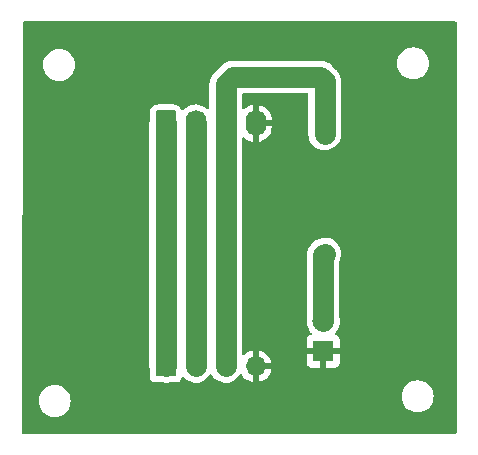
<source format=gbr>
%TF.GenerationSoftware,KiCad,Pcbnew,7.0.6*%
%TF.CreationDate,2024-10-08T11:46:52-03:00*%
%TF.ProjectId,Circuito_Exemplo,43697263-7569-4746-9f5f-4578656d706c,rev?*%
%TF.SameCoordinates,Original*%
%TF.FileFunction,Copper,L2,Bot*%
%TF.FilePolarity,Positive*%
%FSLAX46Y46*%
G04 Gerber Fmt 4.6, Leading zero omitted, Abs format (unit mm)*
G04 Created by KiCad (PCBNEW 7.0.6) date 2024-10-08 11:46:52*
%MOMM*%
%LPD*%
G01*
G04 APERTURE LIST*
G04 Aperture macros list*
%AMRoundRect*
0 Rectangle with rounded corners*
0 $1 Rounding radius*
0 $2 $3 $4 $5 $6 $7 $8 $9 X,Y pos of 4 corners*
0 Add a 4 corners polygon primitive as box body*
4,1,4,$2,$3,$4,$5,$6,$7,$8,$9,$2,$3,0*
0 Add four circle primitives for the rounded corners*
1,1,$1+$1,$2,$3*
1,1,$1+$1,$4,$5*
1,1,$1+$1,$6,$7*
1,1,$1+$1,$8,$9*
0 Add four rect primitives between the rounded corners*
20,1,$1+$1,$2,$3,$4,$5,0*
20,1,$1+$1,$4,$5,$6,$7,0*
20,1,$1+$1,$6,$7,$8,$9,0*
20,1,$1+$1,$8,$9,$2,$3,0*%
G04 Aperture macros list end*
%TA.AperFunction,ComponentPad*%
%ADD10C,1.600000*%
%TD*%
%TA.AperFunction,ComponentPad*%
%ADD11O,1.600000X1.600000*%
%TD*%
%TA.AperFunction,ComponentPad*%
%ADD12RoundRect,0.250000X-0.620000X-0.845000X0.620000X-0.845000X0.620000X0.845000X-0.620000X0.845000X0*%
%TD*%
%TA.AperFunction,ComponentPad*%
%ADD13O,1.740000X2.190000*%
%TD*%
%TA.AperFunction,ComponentPad*%
%ADD14R,1.700000X1.700000*%
%TD*%
%TA.AperFunction,ComponentPad*%
%ADD15O,1.700000X1.700000*%
%TD*%
%TA.AperFunction,ComponentPad*%
%ADD16R,1.800000X1.800000*%
%TD*%
%TA.AperFunction,ComponentPad*%
%ADD17C,1.800000*%
%TD*%
%TA.AperFunction,Conductor*%
%ADD18C,1.750000*%
%TD*%
G04 APERTURE END LIST*
D10*
%TO.P,R1,1*%
%TO.N,+3.3V*%
X131699000Y-51054000D03*
D11*
%TO.P,R1,2*%
%TO.N,Net-(D1-A)*%
X131699000Y-61214000D03*
%TD*%
D12*
%TO.P,J2,1,Pin_1*%
%TO.N,SCL*%
X118237000Y-50165000D03*
D13*
%TO.P,J2,2,Pin_2*%
%TO.N,SDA*%
X120777000Y-50165000D03*
%TO.P,J2,3,Pin_3*%
%TO.N,+3.3V*%
X123317000Y-50165000D03*
%TO.P,J2,4,Pin_4*%
%TO.N,GND*%
X125857000Y-50165000D03*
%TD*%
D14*
%TO.P,J1,1,Pin_1*%
%TO.N,SCL*%
X118237000Y-70739000D03*
D15*
%TO.P,J1,2,Pin_2*%
%TO.N,SDA*%
X120777000Y-70739000D03*
%TO.P,J1,3,Pin_3*%
%TO.N,+3.3V*%
X123317000Y-70739000D03*
%TO.P,J1,4,Pin_4*%
%TO.N,GND*%
X125857000Y-70739000D03*
%TD*%
D16*
%TO.P,D1,1,K*%
%TO.N,GND*%
X131572000Y-69469000D03*
D17*
%TO.P,D1,2,A*%
%TO.N,Net-(D1-A)*%
X131572000Y-66929000D03*
%TD*%
D18*
%TO.N,+3.3V*%
X123317000Y-50165000D02*
X123317000Y-70739000D01*
X131699000Y-46609000D02*
X131699000Y-51054000D01*
X131318000Y-46228000D02*
X131699000Y-46609000D01*
X123317000Y-46863000D02*
X123952000Y-46228000D01*
X123952000Y-46228000D02*
X131318000Y-46228000D01*
X123317000Y-50165000D02*
X123317000Y-46863000D01*
%TO.N,SDA*%
X120777000Y-70739000D02*
X120777000Y-50165000D01*
%TO.N,SCL*%
X118237000Y-70739000D02*
X118237000Y-50165000D01*
%TO.N,Net-(D1-A)*%
X131572000Y-61341000D02*
X131699000Y-61214000D01*
X131572000Y-66929000D02*
X131572000Y-61341000D01*
%TD*%
%TA.AperFunction,Conductor*%
%TO.N,GND*%
G36*
X142817539Y-41549185D02*
G01*
X142863294Y-41601989D01*
X142874500Y-41653500D01*
X142874500Y-76329500D01*
X142854815Y-76396539D01*
X142802011Y-76442294D01*
X142750500Y-76453500D01*
X106169500Y-76453500D01*
X106102461Y-76433815D01*
X106056706Y-76381011D01*
X106045500Y-76329500D01*
X106045500Y-76316499D01*
X106055160Y-73660000D01*
X107483341Y-73660000D01*
X107503936Y-73895403D01*
X107503938Y-73895413D01*
X107565094Y-74123655D01*
X107565096Y-74123659D01*
X107565097Y-74123663D01*
X107577566Y-74150402D01*
X107664964Y-74337828D01*
X107664965Y-74337830D01*
X107800505Y-74531402D01*
X107967597Y-74698494D01*
X108161169Y-74834034D01*
X108161171Y-74834035D01*
X108375337Y-74933903D01*
X108603592Y-74995063D01*
X108780034Y-75010500D01*
X108897966Y-75010500D01*
X109074408Y-74995063D01*
X109302663Y-74933903D01*
X109516829Y-74834035D01*
X109710401Y-74698495D01*
X109877495Y-74531401D01*
X110013035Y-74337830D01*
X110112903Y-74123663D01*
X110174063Y-73895408D01*
X110194659Y-73660000D01*
X110174063Y-73424592D01*
X110135052Y-73279000D01*
X138217341Y-73279000D01*
X138237936Y-73514403D01*
X138237938Y-73514413D01*
X138299094Y-73742655D01*
X138299096Y-73742659D01*
X138299097Y-73742663D01*
X138349030Y-73849746D01*
X138398964Y-73956828D01*
X138398965Y-73956830D01*
X138534505Y-74150402D01*
X138701597Y-74317494D01*
X138895169Y-74453034D01*
X138895171Y-74453035D01*
X139109337Y-74552903D01*
X139337592Y-74614063D01*
X139514034Y-74629500D01*
X139631966Y-74629500D01*
X139808408Y-74614063D01*
X140036663Y-74552903D01*
X140250829Y-74453035D01*
X140444401Y-74317495D01*
X140611495Y-74150401D01*
X140747035Y-73956830D01*
X140846903Y-73742663D01*
X140908063Y-73514408D01*
X140928659Y-73279000D01*
X140908063Y-73043592D01*
X140846903Y-72815337D01*
X140747035Y-72601171D01*
X140747034Y-72601169D01*
X140611494Y-72407597D01*
X140444402Y-72240505D01*
X140250830Y-72104965D01*
X140250828Y-72104964D01*
X140096063Y-72032796D01*
X140036663Y-72005097D01*
X140036659Y-72005096D01*
X140036655Y-72005094D01*
X139808413Y-71943938D01*
X139808403Y-71943936D01*
X139631966Y-71928500D01*
X139514034Y-71928500D01*
X139337596Y-71943936D01*
X139337586Y-71943938D01*
X139109344Y-72005094D01*
X139109335Y-72005098D01*
X138895171Y-72104964D01*
X138895169Y-72104965D01*
X138701597Y-72240505D01*
X138534506Y-72407597D01*
X138534501Y-72407604D01*
X138398967Y-72601165D01*
X138398965Y-72601169D01*
X138299098Y-72815335D01*
X138299094Y-72815344D01*
X138237938Y-73043586D01*
X138237936Y-73043596D01*
X138217341Y-73278999D01*
X138217341Y-73279000D01*
X110135052Y-73279000D01*
X110112903Y-73196337D01*
X110013035Y-72982171D01*
X110013034Y-72982169D01*
X109877494Y-72788597D01*
X109710402Y-72621505D01*
X109516830Y-72485965D01*
X109516828Y-72485964D01*
X109409745Y-72436030D01*
X109302663Y-72386097D01*
X109302659Y-72386096D01*
X109302655Y-72386094D01*
X109074413Y-72324938D01*
X109074403Y-72324936D01*
X108897966Y-72309500D01*
X108780034Y-72309500D01*
X108603596Y-72324936D01*
X108603586Y-72324938D01*
X108375344Y-72386094D01*
X108375335Y-72386098D01*
X108161171Y-72485964D01*
X108161169Y-72485965D01*
X107967597Y-72621505D01*
X107800506Y-72788597D01*
X107800501Y-72788604D01*
X107664967Y-72982165D01*
X107664965Y-72982169D01*
X107565098Y-73196335D01*
X107565094Y-73196344D01*
X107503938Y-73424586D01*
X107503936Y-73424596D01*
X107483341Y-73659999D01*
X107483341Y-73660000D01*
X106055160Y-73660000D01*
X106065569Y-70797433D01*
X116861500Y-70797433D01*
X116876382Y-70972293D01*
X116876383Y-70972299D01*
X116882499Y-70995787D01*
X116886500Y-71027031D01*
X116886500Y-71636870D01*
X116886501Y-71636876D01*
X116892908Y-71696483D01*
X116943202Y-71831328D01*
X116943206Y-71831335D01*
X117029452Y-71946544D01*
X117029455Y-71946547D01*
X117144664Y-72032793D01*
X117144671Y-72032797D01*
X117189618Y-72049560D01*
X117279517Y-72083091D01*
X117339127Y-72089500D01*
X117950094Y-72089499D01*
X117957978Y-72090002D01*
X118023429Y-72098382D01*
X118178411Y-72118229D01*
X118412345Y-72108292D01*
X118486630Y-72092281D01*
X118512754Y-72089499D01*
X119134871Y-72089499D01*
X119134872Y-72089499D01*
X119194483Y-72083091D01*
X119329331Y-72032796D01*
X119444546Y-71946546D01*
X119530796Y-71831331D01*
X119570428Y-71725071D01*
X119612297Y-71669139D01*
X119677761Y-71644721D01*
X119746034Y-71659572D01*
X119776130Y-71682604D01*
X119864956Y-71775283D01*
X120053208Y-71914513D01*
X120262282Y-72019926D01*
X120486163Y-72088489D01*
X120718411Y-72118229D01*
X120952345Y-72108292D01*
X121181234Y-72058962D01*
X121398494Y-71971660D01*
X121597875Y-71848896D01*
X121773641Y-71694203D01*
X121920735Y-71512030D01*
X121939507Y-71478425D01*
X121989385Y-71429500D01*
X122057797Y-71415306D01*
X122123024Y-71440352D01*
X122150496Y-71469462D01*
X122242935Y-71606231D01*
X122242940Y-71606236D01*
X122242943Y-71606241D01*
X122404956Y-71775283D01*
X122593208Y-71914513D01*
X122802282Y-72019926D01*
X123026163Y-72088489D01*
X123258411Y-72118229D01*
X123492345Y-72108292D01*
X123721234Y-72058962D01*
X123938494Y-71971660D01*
X124137875Y-71848896D01*
X124313641Y-71694203D01*
X124460735Y-71512030D01*
X124492782Y-71454662D01*
X124542659Y-71405737D01*
X124611072Y-71391544D01*
X124676298Y-71416590D01*
X124702609Y-71444013D01*
X124818890Y-71610078D01*
X124985917Y-71777105D01*
X125179421Y-71912600D01*
X125393507Y-72012429D01*
X125393516Y-72012433D01*
X125607000Y-72069634D01*
X125607000Y-71174501D01*
X125714685Y-71223680D01*
X125821237Y-71239000D01*
X125892763Y-71239000D01*
X125999315Y-71223680D01*
X126106999Y-71174501D01*
X126106999Y-72069633D01*
X126320483Y-72012433D01*
X126320492Y-72012429D01*
X126534578Y-71912600D01*
X126728082Y-71777105D01*
X126895105Y-71610082D01*
X127030600Y-71416578D01*
X127130429Y-71202492D01*
X127130432Y-71202486D01*
X127187636Y-70989000D01*
X126290686Y-70989000D01*
X126316493Y-70948844D01*
X126357000Y-70810889D01*
X126357000Y-70667111D01*
X126316493Y-70529156D01*
X126290686Y-70489000D01*
X127187636Y-70489000D01*
X127187635Y-70488999D01*
X127130432Y-70275513D01*
X127130429Y-70275507D01*
X127030600Y-70061422D01*
X127030599Y-70061420D01*
X126895113Y-69867926D01*
X126895108Y-69867920D01*
X126728082Y-69700894D01*
X126534578Y-69565399D01*
X126320492Y-69465570D01*
X126320486Y-69465567D01*
X126106999Y-69408364D01*
X126106999Y-70303498D01*
X125999315Y-70254320D01*
X125892763Y-70239000D01*
X125821237Y-70239000D01*
X125714685Y-70254320D01*
X125607000Y-70303498D01*
X125607000Y-69408364D01*
X125606999Y-69408364D01*
X125393513Y-69465567D01*
X125393507Y-69465570D01*
X125179422Y-69565399D01*
X125179420Y-69565400D01*
X124985926Y-69700886D01*
X124904181Y-69782631D01*
X124842857Y-69816115D01*
X124773166Y-69811131D01*
X124717232Y-69769259D01*
X124692816Y-69703794D01*
X124692500Y-69694949D01*
X124692500Y-66929006D01*
X130166700Y-66929006D01*
X130185864Y-67160297D01*
X130185866Y-67160308D01*
X130242842Y-67385300D01*
X130336075Y-67597848D01*
X130463018Y-67792150D01*
X130558167Y-67895510D01*
X130589089Y-67958164D01*
X130581228Y-68027590D01*
X130537081Y-68081746D01*
X130510271Y-68095674D01*
X130429911Y-68125646D01*
X130429906Y-68125649D01*
X130314812Y-68211809D01*
X130314809Y-68211812D01*
X130228649Y-68326906D01*
X130228645Y-68326913D01*
X130178403Y-68461620D01*
X130178401Y-68461627D01*
X130172000Y-68521155D01*
X130172000Y-69219000D01*
X131196722Y-69219000D01*
X131148375Y-69302740D01*
X131118190Y-69434992D01*
X131128327Y-69570265D01*
X131177887Y-69696541D01*
X131195797Y-69719000D01*
X130172000Y-69719000D01*
X130172000Y-70416844D01*
X130178401Y-70476372D01*
X130178403Y-70476379D01*
X130228645Y-70611086D01*
X130228649Y-70611093D01*
X130314809Y-70726187D01*
X130314812Y-70726190D01*
X130429906Y-70812350D01*
X130429913Y-70812354D01*
X130564620Y-70862596D01*
X130564627Y-70862598D01*
X130624155Y-70868999D01*
X130624172Y-70869000D01*
X131322000Y-70869000D01*
X131322000Y-69843189D01*
X131374547Y-69879016D01*
X131504173Y-69919000D01*
X131605724Y-69919000D01*
X131706138Y-69903865D01*
X131822000Y-69848068D01*
X131822000Y-70869000D01*
X132519828Y-70869000D01*
X132519844Y-70868999D01*
X132579372Y-70862598D01*
X132579379Y-70862596D01*
X132714086Y-70812354D01*
X132714093Y-70812350D01*
X132829187Y-70726190D01*
X132829190Y-70726187D01*
X132915350Y-70611093D01*
X132915354Y-70611086D01*
X132965596Y-70476379D01*
X132965598Y-70476372D01*
X132971999Y-70416844D01*
X132972000Y-70416827D01*
X132972000Y-69719000D01*
X131947278Y-69719000D01*
X131995625Y-69635260D01*
X132025810Y-69503008D01*
X132015673Y-69367735D01*
X131966113Y-69241459D01*
X131948203Y-69219000D01*
X132972000Y-69219000D01*
X132972000Y-68521172D01*
X132971999Y-68521155D01*
X132965598Y-68461627D01*
X132965596Y-68461620D01*
X132915354Y-68326913D01*
X132915350Y-68326906D01*
X132829190Y-68211812D01*
X132829187Y-68211809D01*
X132714093Y-68125649D01*
X132714086Y-68125645D01*
X132633729Y-68095674D01*
X132577795Y-68053803D01*
X132553378Y-67988338D01*
X132568230Y-67920065D01*
X132585826Y-67895516D01*
X132680979Y-67792153D01*
X132807924Y-67597849D01*
X132901157Y-67385300D01*
X132958134Y-67160305D01*
X132977300Y-66929000D01*
X132977300Y-66928993D01*
X132958134Y-66697698D01*
X132958134Y-66697695D01*
X132951294Y-66670684D01*
X132947500Y-66640244D01*
X132947500Y-61824055D01*
X132955486Y-61780273D01*
X133027245Y-61590126D01*
X133071705Y-61360241D01*
X133076675Y-61126150D01*
X133042011Y-60894585D01*
X133033573Y-60868987D01*
X132968711Y-60672207D01*
X132957196Y-60650527D01*
X132858886Y-60465420D01*
X132797339Y-60385796D01*
X132715694Y-60280170D01*
X132715692Y-60280168D01*
X132543256Y-60121783D01*
X132543242Y-60121773D01*
X132346516Y-59994808D01*
X132131161Y-59902915D01*
X132131157Y-59902914D01*
X132061226Y-59886282D01*
X131903375Y-59848740D01*
X131903372Y-59848739D01*
X131903369Y-59848739D01*
X131669699Y-59833838D01*
X131669698Y-59833838D01*
X131669697Y-59833838D01*
X131436874Y-59858642D01*
X131436871Y-59858643D01*
X131211585Y-59922438D01*
X131000322Y-60023388D01*
X130809164Y-60158586D01*
X130809157Y-60158592D01*
X130631748Y-60335999D01*
X130628870Y-60338700D01*
X130575359Y-60385796D01*
X130510987Y-60465519D01*
X130444930Y-60543867D01*
X130442160Y-60548588D01*
X130431704Y-60563710D01*
X130428266Y-60567968D01*
X130428263Y-60567972D01*
X130378301Y-60657409D01*
X130326424Y-60745812D01*
X130326423Y-60745815D01*
X130324489Y-60750938D01*
X130316741Y-60767605D01*
X130314076Y-60772375D01*
X130314073Y-60772381D01*
X130314074Y-60772381D01*
X130279940Y-60868987D01*
X130270280Y-60894585D01*
X130243755Y-60964872D01*
X130243752Y-60964881D01*
X130242714Y-60970250D01*
X130237892Y-60987995D01*
X130236072Y-60993145D01*
X130236070Y-60993154D01*
X130218752Y-61094151D01*
X130199295Y-61194756D01*
X130199295Y-61194758D01*
X130199179Y-61200219D01*
X130197424Y-61218534D01*
X130196501Y-61223917D01*
X130196500Y-61223930D01*
X130196500Y-61326405D01*
X130194324Y-61428848D01*
X130195133Y-61434246D01*
X130196500Y-61452606D01*
X130196500Y-66640244D01*
X130192706Y-66670684D01*
X130185865Y-66697698D01*
X130166700Y-66928993D01*
X130166700Y-66929006D01*
X124692500Y-66929006D01*
X124692500Y-51463511D01*
X124712185Y-51396472D01*
X124764989Y-51350717D01*
X124834147Y-51340773D01*
X124897703Y-51369798D01*
X124906023Y-51377711D01*
X124948604Y-51422139D01*
X124948604Y-51422140D01*
X125136097Y-51560810D01*
X125344338Y-51665803D01*
X125567330Y-51734093D01*
X125567328Y-51734093D01*
X125606999Y-51739173D01*
X125607000Y-51739173D01*
X125606999Y-50705469D01*
X125701674Y-50744685D01*
X125818003Y-50760000D01*
X125895997Y-50760000D01*
X126012326Y-50744685D01*
X126107000Y-50705469D01*
X126107000Y-51737574D01*
X126259618Y-51704683D01*
X126259619Y-51704683D01*
X126476005Y-51617732D01*
X126674592Y-51495458D01*
X126849656Y-51341382D01*
X126849660Y-51341378D01*
X126996157Y-51159945D01*
X126996161Y-51159939D01*
X127109895Y-50956346D01*
X127187585Y-50736461D01*
X127187587Y-50736453D01*
X127226999Y-50506612D01*
X127227000Y-50506603D01*
X127227000Y-50415000D01*
X126397470Y-50415000D01*
X126436685Y-50320326D01*
X126457134Y-50165000D01*
X126436685Y-50009674D01*
X126397470Y-49915000D01*
X127227000Y-49915000D01*
X127227000Y-49881799D01*
X127212177Y-49707636D01*
X127153412Y-49481948D01*
X127057356Y-49269447D01*
X127057351Y-49269439D01*
X126926764Y-49076228D01*
X126765396Y-48907860D01*
X126765395Y-48907859D01*
X126577902Y-48769189D01*
X126369661Y-48664196D01*
X126146675Y-48595907D01*
X126146669Y-48595906D01*
X126107000Y-48590825D01*
X126107000Y-49624530D01*
X126012326Y-49585315D01*
X125895997Y-49570000D01*
X125818003Y-49570000D01*
X125701674Y-49585315D01*
X125606999Y-49624530D01*
X125606999Y-48592424D01*
X125454380Y-48625316D01*
X125454379Y-48625316D01*
X125237994Y-48712267D01*
X125039407Y-48834541D01*
X124898423Y-48958623D01*
X124835094Y-48988137D01*
X124765860Y-48978727D01*
X124712705Y-48933381D01*
X124692504Y-48866496D01*
X124692500Y-48865539D01*
X124692500Y-47727500D01*
X124712185Y-47660461D01*
X124764989Y-47614706D01*
X124816500Y-47603500D01*
X130199500Y-47603500D01*
X130266539Y-47623185D01*
X130312294Y-47675989D01*
X130323500Y-47727500D01*
X130323500Y-51112433D01*
X130338382Y-51287296D01*
X130397382Y-51513889D01*
X130493824Y-51727244D01*
X130493829Y-51727252D01*
X130624935Y-51921231D01*
X130624940Y-51921236D01*
X130624943Y-51921241D01*
X130786956Y-52090283D01*
X130975208Y-52229513D01*
X131184282Y-52334926D01*
X131408163Y-52403489D01*
X131640411Y-52433229D01*
X131874345Y-52423292D01*
X132103234Y-52373962D01*
X132320494Y-52286660D01*
X132519875Y-52163896D01*
X132695641Y-52009203D01*
X132842735Y-51827030D01*
X132956926Y-51622619D01*
X133034929Y-51401849D01*
X133074500Y-51171072D01*
X133074499Y-46654753D01*
X133074625Y-46650838D01*
X133076837Y-46616151D01*
X133079162Y-46579699D01*
X133068307Y-46477813D01*
X133063392Y-46420061D01*
X133059617Y-46375705D01*
X133059616Y-46375700D01*
X133058238Y-46370407D01*
X133054935Y-46352297D01*
X133054357Y-46346875D01*
X133054357Y-46346874D01*
X133054357Y-46346872D01*
X133026443Y-46248297D01*
X133000617Y-46149110D01*
X132998366Y-46144132D01*
X132992051Y-46126845D01*
X132990562Y-46121586D01*
X132946381Y-46029128D01*
X132904172Y-45935750D01*
X132901113Y-45931224D01*
X132891962Y-45915242D01*
X132889614Y-45910327D01*
X132889612Y-45910324D01*
X132889611Y-45910322D01*
X132830433Y-45826649D01*
X132830432Y-45826648D01*
X132773060Y-45741763D01*
X132773056Y-45741758D01*
X132769282Y-45737821D01*
X132757558Y-45723612D01*
X132754408Y-45719157D01*
X132710906Y-45675655D01*
X132681943Y-45646691D01*
X132611046Y-45572719D01*
X132611045Y-45572718D01*
X132611044Y-45572717D01*
X132606643Y-45569462D01*
X132592704Y-45557453D01*
X132482654Y-45447403D01*
X132322984Y-45287733D01*
X132320298Y-45284870D01*
X132273206Y-45231361D01*
X132273200Y-45231356D01*
X132193480Y-45166987D01*
X132178009Y-45153943D01*
X132115132Y-45100930D01*
X132110404Y-45098155D01*
X132095282Y-45087698D01*
X132091940Y-45085000D01*
X137836341Y-45085000D01*
X137856936Y-45320403D01*
X137856938Y-45320413D01*
X137918094Y-45548655D01*
X137918096Y-45548659D01*
X137918097Y-45548663D01*
X137927799Y-45569468D01*
X138017964Y-45762828D01*
X138017965Y-45762830D01*
X138153505Y-45956402D01*
X138320597Y-46123494D01*
X138514169Y-46259034D01*
X138514171Y-46259035D01*
X138728337Y-46358903D01*
X138956592Y-46420063D01*
X139133034Y-46435500D01*
X139250966Y-46435500D01*
X139427408Y-46420063D01*
X139655663Y-46358903D01*
X139869829Y-46259035D01*
X140063401Y-46123495D01*
X140230495Y-45956401D01*
X140366035Y-45762830D01*
X140465903Y-45548663D01*
X140527063Y-45320408D01*
X140547659Y-45085000D01*
X140527063Y-44849592D01*
X140465903Y-44621337D01*
X140366035Y-44407171D01*
X140366034Y-44407169D01*
X140230494Y-44213597D01*
X140063402Y-44046505D01*
X139869830Y-43910965D01*
X139869828Y-43910964D01*
X139762746Y-43861031D01*
X139655663Y-43811097D01*
X139655659Y-43811096D01*
X139655655Y-43811094D01*
X139427413Y-43749938D01*
X139427403Y-43749936D01*
X139250966Y-43734500D01*
X139133034Y-43734500D01*
X138956596Y-43749936D01*
X138956586Y-43749938D01*
X138728344Y-43811094D01*
X138728335Y-43811098D01*
X138514171Y-43910964D01*
X138514169Y-43910965D01*
X138320597Y-44046505D01*
X138153506Y-44213597D01*
X138153501Y-44213604D01*
X138017967Y-44407165D01*
X138017965Y-44407169D01*
X137918098Y-44621335D01*
X137918094Y-44621344D01*
X137856938Y-44849586D01*
X137856936Y-44849596D01*
X137836341Y-45084999D01*
X137836341Y-45085000D01*
X132091940Y-45085000D01*
X132091030Y-45084265D01*
X132001590Y-45034301D01*
X131913188Y-44982424D01*
X131908070Y-44980493D01*
X131891386Y-44972737D01*
X131886617Y-44970073D01*
X131790012Y-44935940D01*
X131694124Y-44899754D01*
X131688760Y-44898717D01*
X131670994Y-44893889D01*
X131665852Y-44892072D01*
X131665851Y-44892071D01*
X131665849Y-44892071D01*
X131665847Y-44892070D01*
X131665841Y-44892069D01*
X131564848Y-44874752D01*
X131464241Y-44855295D01*
X131458777Y-44855178D01*
X131440457Y-44853423D01*
X131435072Y-44852500D01*
X131435071Y-44852500D01*
X131332594Y-44852500D01*
X131230151Y-44850324D01*
X131230150Y-44850324D01*
X131224744Y-44851134D01*
X131206391Y-44852500D01*
X123997792Y-44852500D01*
X123993846Y-44852374D01*
X123922699Y-44847838D01*
X123922696Y-44847838D01*
X123820793Y-44858694D01*
X123718700Y-44867383D01*
X123713403Y-44868762D01*
X123695316Y-44872061D01*
X123689877Y-44872640D01*
X123689874Y-44872641D01*
X123591259Y-44900566D01*
X123492108Y-44926383D01*
X123487121Y-44928637D01*
X123469855Y-44934944D01*
X123464592Y-44936434D01*
X123464590Y-44936435D01*
X123372116Y-44980623D01*
X123278750Y-45022827D01*
X123274214Y-45025893D01*
X123258259Y-45035029D01*
X123253324Y-45037387D01*
X123169649Y-45096566D01*
X123084756Y-45153945D01*
X123080811Y-45157726D01*
X123066623Y-45169432D01*
X123062170Y-45172581D01*
X123062150Y-45172598D01*
X122989691Y-45245056D01*
X122915718Y-45315953D01*
X122915715Y-45315956D01*
X122912463Y-45320354D01*
X122900454Y-45334293D01*
X122376749Y-45857999D01*
X122373870Y-45860700D01*
X122320359Y-45907796D01*
X122255987Y-45987519D01*
X122189930Y-46065867D01*
X122187160Y-46070588D01*
X122176704Y-46085710D01*
X122173266Y-46089968D01*
X122173263Y-46089972D01*
X122123301Y-46179409D01*
X122071424Y-46267812D01*
X122071423Y-46267815D01*
X122069489Y-46272938D01*
X122061741Y-46289605D01*
X122059076Y-46294375D01*
X122059073Y-46294381D01*
X122059074Y-46294381D01*
X122030342Y-46375700D01*
X122024940Y-46390988D01*
X121988755Y-46486872D01*
X121988752Y-46486881D01*
X121987714Y-46492250D01*
X121982892Y-46509995D01*
X121981072Y-46515145D01*
X121981070Y-46515154D01*
X121963752Y-46616151D01*
X121944295Y-46716756D01*
X121944295Y-46716758D01*
X121944179Y-46722219D01*
X121942424Y-46740534D01*
X121941501Y-46745917D01*
X121941500Y-46745930D01*
X121941500Y-46848405D01*
X121939324Y-46950849D01*
X121939324Y-46950850D01*
X121940134Y-46956258D01*
X121941499Y-46974606D01*
X121941500Y-48865765D01*
X121921815Y-48932804D01*
X121869012Y-48978559D01*
X121799853Y-48988503D01*
X121736297Y-48959478D01*
X121727978Y-48951566D01*
X121685727Y-48907483D01*
X121685726Y-48907482D01*
X121498165Y-48768762D01*
X121386114Y-48712267D01*
X121289847Y-48663730D01*
X121066780Y-48595417D01*
X121066778Y-48595416D01*
X121066776Y-48595416D01*
X120835370Y-48565783D01*
X120602299Y-48575685D01*
X120602290Y-48575686D01*
X120374233Y-48624836D01*
X120374230Y-48624837D01*
X120157768Y-48711819D01*
X119959110Y-48834137D01*
X119783981Y-48988269D01*
X119751665Y-49028292D01*
X119694233Y-49068085D01*
X119624406Y-49070510D01*
X119564352Y-49034799D01*
X119542803Y-49002789D01*
X119541815Y-49000670D01*
X119541814Y-49000666D01*
X119449712Y-48851344D01*
X119325656Y-48727288D01*
X119222616Y-48663733D01*
X119176336Y-48635187D01*
X119176331Y-48635185D01*
X119146548Y-48625316D01*
X119009797Y-48580001D01*
X119009795Y-48580000D01*
X118907010Y-48569500D01*
X117566998Y-48569500D01*
X117566981Y-48569501D01*
X117464203Y-48580000D01*
X117464200Y-48580001D01*
X117297668Y-48635185D01*
X117297663Y-48635187D01*
X117148342Y-48727289D01*
X117024289Y-48851342D01*
X116932187Y-49000663D01*
X116932185Y-49000668D01*
X116909042Y-49070510D01*
X116877001Y-49167203D01*
X116877001Y-49167204D01*
X116877000Y-49167204D01*
X116866500Y-49269983D01*
X116866500Y-50008210D01*
X116864717Y-50029164D01*
X116861500Y-50047924D01*
X116861500Y-70797433D01*
X106065569Y-70797433D01*
X106158607Y-45212000D01*
X107864341Y-45212000D01*
X107884936Y-45447403D01*
X107884938Y-45447413D01*
X107946094Y-45675655D01*
X107946096Y-45675659D01*
X107946097Y-45675663D01*
X107986744Y-45762830D01*
X108045964Y-45889828D01*
X108045965Y-45889830D01*
X108181505Y-46083402D01*
X108348597Y-46250494D01*
X108542169Y-46386034D01*
X108542171Y-46386035D01*
X108756337Y-46485903D01*
X108756343Y-46485904D01*
X108756344Y-46485905D01*
X108811285Y-46500626D01*
X108984592Y-46547063D01*
X109161034Y-46562500D01*
X109278966Y-46562500D01*
X109455408Y-46547063D01*
X109683663Y-46485903D01*
X109897829Y-46386035D01*
X110091401Y-46250495D01*
X110258495Y-46083401D01*
X110394035Y-45889830D01*
X110493903Y-45675663D01*
X110555063Y-45447408D01*
X110575659Y-45212000D01*
X110555063Y-44976592D01*
X110493903Y-44748337D01*
X110394035Y-44534171D01*
X110394034Y-44534169D01*
X110258494Y-44340597D01*
X110091402Y-44173505D01*
X109897830Y-44037965D01*
X109897828Y-44037964D01*
X109790745Y-43988030D01*
X109683663Y-43938097D01*
X109683659Y-43938096D01*
X109683655Y-43938094D01*
X109455413Y-43876938D01*
X109455403Y-43876936D01*
X109278966Y-43861500D01*
X109161034Y-43861500D01*
X108984596Y-43876936D01*
X108984586Y-43876938D01*
X108756344Y-43938094D01*
X108756335Y-43938098D01*
X108542171Y-44037964D01*
X108542169Y-44037965D01*
X108348597Y-44173505D01*
X108181506Y-44340597D01*
X108181501Y-44340604D01*
X108045967Y-44534165D01*
X108045965Y-44534169D01*
X107946098Y-44748335D01*
X107946094Y-44748344D01*
X107884938Y-44976586D01*
X107884936Y-44976596D01*
X107864341Y-45211999D01*
X107864341Y-45212000D01*
X106158607Y-45212000D01*
X106171549Y-41653049D01*
X106191477Y-41586082D01*
X106244447Y-41540519D01*
X106295548Y-41529500D01*
X142750500Y-41529500D01*
X142817539Y-41549185D01*
G37*
%TD.AperFunction*%
%TD*%
M02*

</source>
